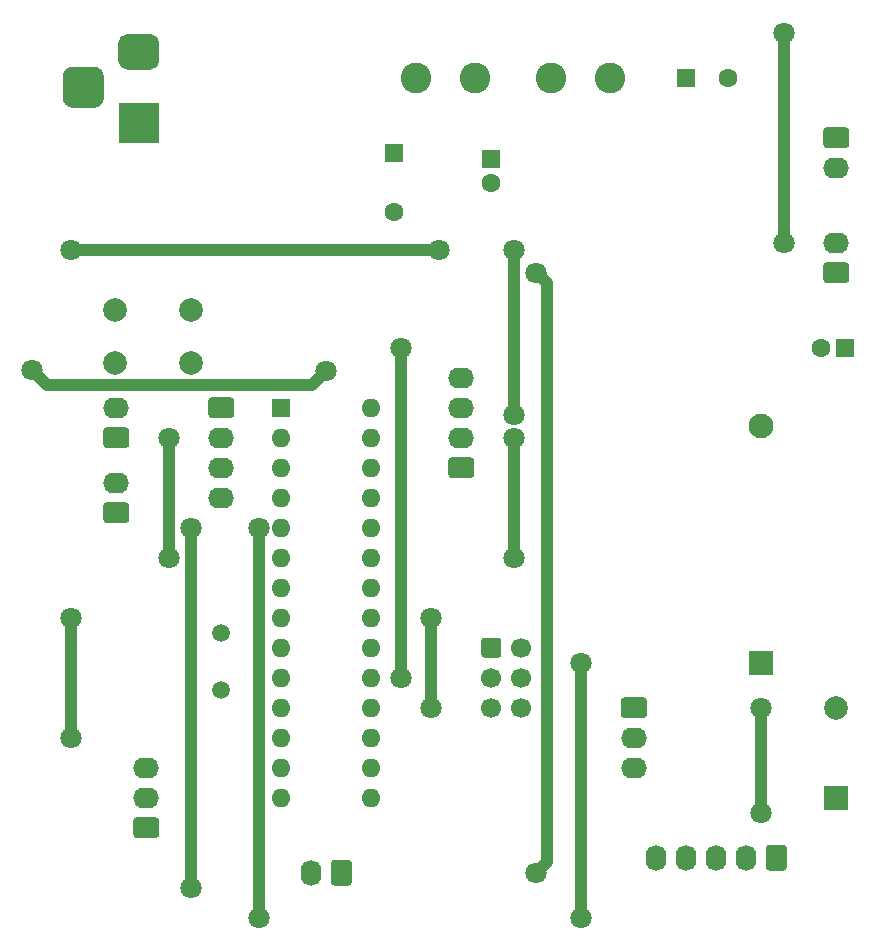
<source format=gbr>
%TF.GenerationSoftware,KiCad,Pcbnew,5.1.10-88a1d61d58~90~ubuntu20.04.1*%
%TF.CreationDate,2022-03-31T17:04:07+02:00*%
%TF.ProjectId,AlarmClock,416c6172-6d43-46c6-9f63-6b2e6b696361,rev?*%
%TF.SameCoordinates,PX8eeaea0PY6a95280*%
%TF.FileFunction,Copper,L1,Top*%
%TF.FilePolarity,Positive*%
%FSLAX46Y46*%
G04 Gerber Fmt 4.6, Leading zero omitted, Abs format (unit mm)*
G04 Created by KiCad (PCBNEW 5.1.10-88a1d61d58~90~ubuntu20.04.1) date 2022-03-31 17:04:07*
%MOMM*%
%LPD*%
G01*
G04 APERTURE LIST*
%TA.AperFunction,ComponentPad*%
%ADD10O,1.740000X2.190000*%
%TD*%
%TA.AperFunction,ComponentPad*%
%ADD11C,1.500000*%
%TD*%
%TA.AperFunction,ComponentPad*%
%ADD12O,1.600000X1.600000*%
%TD*%
%TA.AperFunction,ComponentPad*%
%ADD13R,1.600000X1.600000*%
%TD*%
%TA.AperFunction,ComponentPad*%
%ADD14C,2.000000*%
%TD*%
%TA.AperFunction,ComponentPad*%
%ADD15O,2.190000X1.740000*%
%TD*%
%TA.AperFunction,ComponentPad*%
%ADD16C,2.600000*%
%TD*%
%TA.AperFunction,ComponentPad*%
%ADD17C,1.700000*%
%TD*%
%TA.AperFunction,ComponentPad*%
%ADD18R,3.500000X3.500000*%
%TD*%
%TA.AperFunction,ComponentPad*%
%ADD19C,1.600000*%
%TD*%
%TA.AperFunction,ComponentPad*%
%ADD20R,2.000000X2.000000*%
%TD*%
%TA.AperFunction,ComponentPad*%
%ADD21C,2.100000*%
%TD*%
%TA.AperFunction,ComponentPad*%
%ADD22R,2.100000X2.100000*%
%TD*%
%TA.AperFunction,ViaPad*%
%ADD23C,1.800000*%
%TD*%
%TA.AperFunction,Conductor*%
%ADD24C,1.000000*%
%TD*%
G04 APERTURE END LIST*
D10*
%TO.P,SW3,S2*%
%TO.N,GND*%
X19050000Y-30480000D03*
%TO.P,SW3,S1*%
%TO.N,Net-(R26-Pad2)*%
X21590000Y-30480000D03*
%TO.P,SW3,B*%
%TO.N,Net-(R25-Pad1)*%
X24130000Y-30480000D03*
%TO.P,SW3,C*%
%TO.N,GND*%
X26670000Y-30480000D03*
%TO.P,SW3,A*%
%TO.N,Net-(R24-Pad1)*%
%TA.AperFunction,ComponentPad*%
G36*
G01*
X30080000Y-29635558D02*
X30080000Y-31324442D01*
G75*
G02*
X29829442Y-31575000I-250558J0D01*
G01*
X28590558Y-31575000D01*
G75*
G02*
X28340000Y-31324442I0J250558D01*
G01*
X28340000Y-29635558D01*
G75*
G02*
X28590558Y-29385000I250558J0D01*
G01*
X29829442Y-29385000D01*
G75*
G02*
X30080000Y-29635558I0J-250558D01*
G01*
G37*
%TD.AperFunction*%
%TD*%
D11*
%TO.P,Y1,2*%
%TO.N,Net-(C11-Pad1)*%
X-17780000Y-16310000D03*
%TO.P,Y1,1*%
%TO.N,Net-(C10-Pad2)*%
X-17780000Y-11430000D03*
%TD*%
D12*
%TO.P,U2,28*%
%TO.N,/SCL*%
X-5080000Y7620000D03*
%TO.P,U2,14*%
%TO.N,Net-(U2-Pad14)*%
X-12700000Y-25400000D03*
%TO.P,U2,27*%
%TO.N,/SDA*%
X-5080000Y5080000D03*
%TO.P,U2,13*%
%TO.N,/LCD_BLU*%
X-12700000Y-22860000D03*
%TO.P,U2,26*%
%TO.N,/buzzer*%
X-5080000Y2540000D03*
%TO.P,U2,12*%
%TO.N,/ambient*%
X-12700000Y-20320000D03*
%TO.P,U2,25*%
%TO.N,/enc_sw*%
X-5080000Y0D03*
%TO.P,U2,11*%
%TO.N,/BTN_stop*%
X-12700000Y-17780000D03*
%TO.P,U2,24*%
%TO.N,Net-(U2-Pad24)*%
X-5080000Y-2540000D03*
%TO.P,U2,10*%
%TO.N,Net-(C11-Pad1)*%
X-12700000Y-15240000D03*
%TO.P,U2,23*%
%TO.N,Net-(U2-Pad23)*%
X-5080000Y-5080000D03*
%TO.P,U2,9*%
%TO.N,Net-(C10-Pad2)*%
X-12700000Y-12700000D03*
%TO.P,U2,22*%
%TO.N,GND*%
X-5080000Y-7620000D03*
%TO.P,U2,8*%
X-12700000Y-10160000D03*
%TO.P,U2,21*%
%TO.N,Net-(U2-Pad21)*%
X-5080000Y-10160000D03*
%TO.P,U2,7*%
%TO.N,+5V*%
X-12700000Y-7620000D03*
%TO.P,U2,20*%
X-5080000Y-12700000D03*
%TO.P,U2,6*%
%TO.N,/BTN_snooze*%
X-12700000Y-5080000D03*
%TO.P,U2,19*%
%TO.N,/SCK*%
X-5080000Y-15240000D03*
%TO.P,U2,5*%
%TO.N,/enc_dt*%
X-12700000Y-2540000D03*
%TO.P,U2,18*%
%TO.N,/MISO*%
X-5080000Y-17780000D03*
%TO.P,U2,4*%
%TO.N,/enc_clk*%
X-12700000Y0D03*
%TO.P,U2,17*%
%TO.N,/MOSI*%
X-5080000Y-20320000D03*
%TO.P,U2,3*%
%TO.N,/TX*%
X-12700000Y2540000D03*
%TO.P,U2,16*%
%TO.N,/lamp*%
X-5080000Y-22860000D03*
%TO.P,U2,2*%
%TO.N,/RX*%
X-12700000Y5080000D03*
%TO.P,U2,15*%
%TO.N,/audio*%
X-5080000Y-25400000D03*
D13*
%TO.P,U2,1*%
%TO.N,/!RST*%
X-12700000Y7620000D03*
%TD*%
D14*
%TO.P,SW4,1*%
%TO.N,Net-(R14-Pad1)*%
X-26820000Y11430000D03*
%TO.P,SW4,2*%
%TO.N,GND*%
X-26820000Y15930000D03*
%TO.P,SW4,1*%
%TO.N,Net-(R14-Pad1)*%
X-20320000Y11430000D03*
%TO.P,SW4,2*%
%TO.N,GND*%
X-20320000Y15930000D03*
%TD*%
D15*
%TO.P,SW2,2*%
%TO.N,GND*%
X-26670000Y7620000D03*
%TO.P,SW2,1*%
%TO.N,/BTN_snooze*%
%TA.AperFunction,ComponentPad*%
G36*
G01*
X-25824999Y4210000D02*
X-27515001Y4210000D01*
G75*
G02*
X-27765000Y4459999I0J249999D01*
G01*
X-27765000Y5700001D01*
G75*
G02*
X-27515001Y5950000I249999J0D01*
G01*
X-25824999Y5950000D01*
G75*
G02*
X-25575000Y5700001I0J-249999D01*
G01*
X-25575000Y4459999D01*
G75*
G02*
X-25824999Y4210000I-249999J0D01*
G01*
G37*
%TD.AperFunction*%
%TD*%
%TO.P,SW1,2*%
%TO.N,GND*%
X-26670000Y1270000D03*
%TO.P,SW1,1*%
%TO.N,/BTN_stop*%
%TA.AperFunction,ComponentPad*%
G36*
G01*
X-25824999Y-2140000D02*
X-27515001Y-2140000D01*
G75*
G02*
X-27765000Y-1890001I0J249999D01*
G01*
X-27765000Y-649999D01*
G75*
G02*
X-27515001Y-400000I249999J0D01*
G01*
X-25824999Y-400000D01*
G75*
G02*
X-25575000Y-649999I0J-249999D01*
G01*
X-25575000Y-1890001D01*
G75*
G02*
X-25824999Y-2140000I-249999J0D01*
G01*
G37*
%TD.AperFunction*%
%TD*%
%TO.P,LS1,2*%
%TO.N,GND*%
X34290000Y27940000D03*
%TO.P,LS1,1*%
%TO.N,Net-(C16-Pad2)*%
%TA.AperFunction,ComponentPad*%
G36*
G01*
X33444999Y31350000D02*
X35135001Y31350000D01*
G75*
G02*
X35385000Y31100001I0J-249999D01*
G01*
X35385000Y29859999D01*
G75*
G02*
X35135001Y29610000I-249999J0D01*
G01*
X33444999Y29610000D01*
G75*
G02*
X33195000Y29859999I0J249999D01*
G01*
X33195000Y31100001D01*
G75*
G02*
X33444999Y31350000I249999J0D01*
G01*
G37*
%TD.AperFunction*%
%TD*%
D16*
%TO.P,L2,2*%
%TO.N,Net-(C15-Pad1)*%
X15160000Y35560000D03*
%TO.P,L2,1*%
%TO.N,Net-(C14-Pad1)*%
X10160000Y35560000D03*
%TD*%
%TO.P,L1,2*%
%TO.N,Net-(C14-Pad1)*%
X3730000Y35560000D03*
%TO.P,L1,1*%
%TO.N,Net-(D7-Pad2)*%
X-1270000Y35560000D03*
%TD*%
D15*
%TO.P,J7,3*%
%TO.N,GND*%
X17145000Y-22860000D03*
%TO.P,J7,2*%
%TO.N,Net-(D4-Pad2)*%
X17145000Y-20320000D03*
%TO.P,J7,1*%
%TO.N,Net-(D4-Pad1)*%
%TA.AperFunction,ComponentPad*%
G36*
G01*
X16299999Y-16910000D02*
X17990001Y-16910000D01*
G75*
G02*
X18240000Y-17159999I0J-249999D01*
G01*
X18240000Y-18400001D01*
G75*
G02*
X17990001Y-18650000I-249999J0D01*
G01*
X16299999Y-18650000D01*
G75*
G02*
X16050000Y-18400001I0J249999D01*
G01*
X16050000Y-17159999D01*
G75*
G02*
X16299999Y-16910000I249999J0D01*
G01*
G37*
%TD.AperFunction*%
%TD*%
%TO.P,J6,3*%
%TO.N,GND*%
X-24130000Y-22860000D03*
%TO.P,J6,2*%
%TO.N,Net-(D3-Pad2)*%
X-24130000Y-25400000D03*
%TO.P,J6,1*%
%TO.N,Net-(D3-Pad1)*%
%TA.AperFunction,ComponentPad*%
G36*
G01*
X-23284999Y-28810000D02*
X-24975001Y-28810000D01*
G75*
G02*
X-25225000Y-28560001I0J249999D01*
G01*
X-25225000Y-27319999D01*
G75*
G02*
X-24975001Y-27070000I249999J0D01*
G01*
X-23284999Y-27070000D01*
G75*
G02*
X-23035000Y-27319999I0J-249999D01*
G01*
X-23035000Y-28560001D01*
G75*
G02*
X-23284999Y-28810000I-249999J0D01*
G01*
G37*
%TD.AperFunction*%
%TD*%
%TO.P,J5,4*%
%TO.N,+5V*%
X-17780000Y0D03*
%TO.P,J5,3*%
%TO.N,/TX*%
X-17780000Y2540000D03*
%TO.P,J5,2*%
%TO.N,/RX*%
X-17780000Y5080000D03*
%TO.P,J5,1*%
%TO.N,GND*%
%TA.AperFunction,ComponentPad*%
G36*
G01*
X-18625001Y8490000D02*
X-16934999Y8490000D01*
G75*
G02*
X-16685000Y8240001I0J-249999D01*
G01*
X-16685000Y6999999D01*
G75*
G02*
X-16934999Y6750000I-249999J0D01*
G01*
X-18625001Y6750000D01*
G75*
G02*
X-18875000Y6999999I0J249999D01*
G01*
X-18875000Y8240001D01*
G75*
G02*
X-18625001Y8490000I249999J0D01*
G01*
G37*
%TD.AperFunction*%
%TD*%
D17*
%TO.P,J4,6*%
%TO.N,GND*%
X7620000Y-17780000D03*
%TO.P,J4,4*%
%TO.N,Net-(J4-Pad4)*%
X7620000Y-15240000D03*
%TO.P,J4,2*%
%TO.N,+5V*%
X7620000Y-12700000D03*
%TO.P,J4,5*%
%TO.N,/!RST*%
X5080000Y-17780000D03*
%TO.P,J4,3*%
%TO.N,/SCK*%
X5080000Y-15240000D03*
%TO.P,J4,1*%
%TO.N,/MISO*%
%TA.AperFunction,ComponentPad*%
G36*
G01*
X4230000Y-13300000D02*
X4230000Y-12100000D01*
G75*
G02*
X4480000Y-11850000I250000J0D01*
G01*
X5680000Y-11850000D01*
G75*
G02*
X5930000Y-12100000I0J-250000D01*
G01*
X5930000Y-13300000D01*
G75*
G02*
X5680000Y-13550000I-250000J0D01*
G01*
X4480000Y-13550000D01*
G75*
G02*
X4230000Y-13300000I0J250000D01*
G01*
G37*
%TD.AperFunction*%
%TD*%
D10*
%TO.P,J3,2*%
%TO.N,Net-(J3-Pad2)*%
X-10160000Y-31750000D03*
%TO.P,J3,1*%
%TO.N,Net-(J3-Pad1)*%
%TA.AperFunction,ComponentPad*%
G36*
G01*
X-6750000Y-30904999D02*
X-6750000Y-32595001D01*
G75*
G02*
X-6999999Y-32845000I-249999J0D01*
G01*
X-8240001Y-32845000D01*
G75*
G02*
X-8490000Y-32595001I0J249999D01*
G01*
X-8490000Y-30904999D01*
G75*
G02*
X-8240001Y-30655000I249999J0D01*
G01*
X-6999999Y-30655000D01*
G75*
G02*
X-6750000Y-30904999I0J-249999D01*
G01*
G37*
%TD.AperFunction*%
%TD*%
D15*
%TO.P,J2,4*%
%TO.N,/SCL*%
X2540000Y10160000D03*
%TO.P,J2,3*%
%TO.N,Net-(J2-Pad3)*%
X2540000Y7620000D03*
%TO.P,J2,2*%
%TO.N,+5V*%
X2540000Y5080000D03*
%TO.P,J2,1*%
%TO.N,/SDA*%
%TA.AperFunction,ComponentPad*%
G36*
G01*
X3385001Y1670000D02*
X1694999Y1670000D01*
G75*
G02*
X1445000Y1919999I0J249999D01*
G01*
X1445000Y3160001D01*
G75*
G02*
X1694999Y3410000I249999J0D01*
G01*
X3385001Y3410000D01*
G75*
G02*
X3635000Y3160001I0J-249999D01*
G01*
X3635000Y1919999D01*
G75*
G02*
X3385001Y1670000I-249999J0D01*
G01*
G37*
%TD.AperFunction*%
%TD*%
%TO.P,J1,3*%
%TO.N,GND*%
%TA.AperFunction,ComponentPad*%
G36*
G01*
X-30340000Y36500000D02*
X-28590000Y36500000D01*
G75*
G02*
X-27715000Y35625000I0J-875000D01*
G01*
X-27715000Y33875000D01*
G75*
G02*
X-28590000Y33000000I-875000J0D01*
G01*
X-30340000Y33000000D01*
G75*
G02*
X-31215000Y33875000I0J875000D01*
G01*
X-31215000Y35625000D01*
G75*
G02*
X-30340000Y36500000I875000J0D01*
G01*
G37*
%TD.AperFunction*%
%TO.P,J1,2*%
%TA.AperFunction,ComponentPad*%
G36*
G01*
X-25765000Y39250000D02*
X-23765000Y39250000D01*
G75*
G02*
X-23015000Y38500000I0J-750000D01*
G01*
X-23015000Y37000000D01*
G75*
G02*
X-23765000Y36250000I-750000J0D01*
G01*
X-25765000Y36250000D01*
G75*
G02*
X-26515000Y37000000I0J750000D01*
G01*
X-26515000Y38500000D01*
G75*
G02*
X-25765000Y39250000I750000J0D01*
G01*
G37*
%TD.AperFunction*%
D18*
%TO.P,J1,1*%
%TO.N,+5V*%
X-24765000Y31750000D03*
%TD*%
D15*
%TO.P,D6,2*%
%TO.N,+5V*%
X34290000Y21590000D03*
%TO.P,D6,1*%
%TO.N,Net-(D6-Pad1)*%
%TA.AperFunction,ComponentPad*%
G36*
G01*
X35135001Y18180000D02*
X33444999Y18180000D01*
G75*
G02*
X33195000Y18429999I0J249999D01*
G01*
X33195000Y19670001D01*
G75*
G02*
X33444999Y19920000I249999J0D01*
G01*
X35135001Y19920000D01*
G75*
G02*
X35385000Y19670001I0J-249999D01*
G01*
X35385000Y18429999D01*
G75*
G02*
X35135001Y18180000I-249999J0D01*
G01*
G37*
%TD.AperFunction*%
%TD*%
D19*
%TO.P,C16,2*%
%TO.N,Net-(C16-Pad2)*%
X25090000Y35560000D03*
D13*
%TO.P,C16,1*%
%TO.N,Net-(C15-Pad1)*%
X21590000Y35560000D03*
%TD*%
D19*
%TO.P,C15,2*%
%TO.N,GND*%
X5080000Y26670000D03*
D13*
%TO.P,C15,1*%
%TO.N,Net-(C15-Pad1)*%
X5080000Y28670000D03*
%TD*%
D19*
%TO.P,C14,2*%
%TO.N,GND*%
X-3175000Y24210000D03*
D13*
%TO.P,C14,1*%
%TO.N,Net-(C14-Pad1)*%
X-3175000Y29210000D03*
%TD*%
D19*
%TO.P,C8,2*%
%TO.N,GND*%
X33020000Y12700000D03*
D13*
%TO.P,C8,1*%
%TO.N,Net-(C8-Pad1)*%
X35020000Y12700000D03*
%TD*%
D14*
%TO.P,BZ1,2*%
%TO.N,GND*%
X34290000Y-17800000D03*
D20*
%TO.P,BZ1,1*%
%TO.N,Net-(BZ1-Pad1)*%
X34290000Y-25400000D03*
%TD*%
D21*
%TO.P,BT1,2*%
%TO.N,GND*%
X27940000Y6030000D03*
D22*
%TO.P,BT1,1*%
%TO.N,Net-(BT1-Pad1)*%
X27940000Y-13970000D03*
%TD*%
D23*
%TO.N,GND*%
X-30480000Y-20320000D03*
X-30480000Y-10160000D03*
X27940000Y-17780000D03*
X27940000Y-26670000D03*
%TO.N,/BTN_snooze*%
X-22225000Y5080000D03*
X-22225000Y-5080000D03*
%TO.N,+5V*%
X6985000Y-5080000D03*
X6985000Y5080000D03*
X29845000Y21590000D03*
X29845000Y39370000D03*
X12700000Y-13970000D03*
X12700000Y-35560000D03*
X-8890000Y10769990D03*
X-33837764Y10822744D03*
X6985000Y6985000D03*
X6985000Y20955000D03*
X635000Y20955000D03*
X-30480000Y20955000D03*
%TO.N,/!RST*%
X-2540000Y-15240000D03*
X-2540000Y12700000D03*
%TO.N,/MISO*%
X-2793Y-17782793D03*
X0Y-10160000D03*
%TO.N,/enc_clk*%
X-20317207Y-2542793D03*
X-20317207Y-33022793D03*
%TO.N,/enc_dt*%
X-14605000Y-2540000D03*
X-14605000Y-35560000D03*
%TO.N,/audio*%
X8890000Y19050000D03*
X8890000Y-31750000D03*
%TD*%
D24*
%TO.N,GND*%
X-30480000Y-20320000D02*
X-30480000Y-10160000D01*
X27940000Y-17780000D02*
X27940000Y-26670000D01*
%TO.N,/BTN_snooze*%
X-22225000Y5080000D02*
X-22225000Y-5080000D01*
%TO.N,+5V*%
X7090000Y-4975000D02*
X6985000Y-5080000D01*
X6985000Y5080000D02*
X6985000Y-5080000D01*
X29845000Y21590000D02*
X29845000Y39370000D01*
X12700000Y-33020000D02*
X12700000Y-13970000D01*
X12700000Y-35560000D02*
X12700000Y-33020000D01*
X-32545019Y9529999D02*
X-33837764Y10822744D01*
X-10129991Y9529999D02*
X-32545019Y9529999D01*
X-8890000Y10769990D02*
X-10129991Y9529999D01*
X6985000Y6985000D02*
X6985000Y20955000D01*
X635000Y20955000D02*
X-30480000Y20955000D01*
%TO.N,/!RST*%
X-2540000Y12700000D02*
X-2540000Y-15240000D01*
%TO.N,/MISO*%
X-2793Y-10162793D02*
X0Y-10160000D01*
X-2793Y-17782793D02*
X-2793Y-10162793D01*
%TO.N,/enc_clk*%
X-20317207Y-33022793D02*
X-20317207Y-2542793D01*
%TO.N,/enc_dt*%
X-14605000Y-2540000D02*
X-14605000Y-35560000D01*
%TO.N,/audio*%
X9789999Y18150001D02*
X8890000Y19050000D01*
X9789999Y-30850001D02*
X9789999Y18150001D01*
X8890000Y-31750000D02*
X9789999Y-30850001D01*
%TD*%
M02*

</source>
